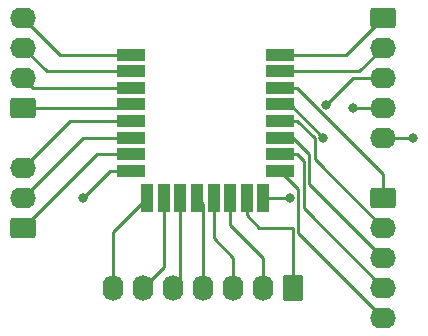
<source format=gbr>
G04 #@! TF.GenerationSoftware,KiCad,Pcbnew,7.0.10*
G04 #@! TF.CreationDate,2024-04-04T22:49:01-05:00*
G04 #@! TF.ProjectId,adapter,61646170-7465-4722-9e6b-696361645f70,rev?*
G04 #@! TF.SameCoordinates,Original*
G04 #@! TF.FileFunction,Copper,L1,Top*
G04 #@! TF.FilePolarity,Positive*
%FSLAX46Y46*%
G04 Gerber Fmt 4.6, Leading zero omitted, Abs format (unit mm)*
G04 Created by KiCad (PCBNEW 7.0.10) date 2024-04-04 22:49:01*
%MOMM*%
%LPD*%
G01*
G04 APERTURE LIST*
G04 Aperture macros list*
%AMRoundRect*
0 Rectangle with rounded corners*
0 $1 Rounding radius*
0 $2 $3 $4 $5 $6 $7 $8 $9 X,Y pos of 4 corners*
0 Add a 4 corners polygon primitive as box body*
4,1,4,$2,$3,$4,$5,$6,$7,$8,$9,$2,$3,0*
0 Add four circle primitives for the rounded corners*
1,1,$1+$1,$2,$3*
1,1,$1+$1,$4,$5*
1,1,$1+$1,$6,$7*
1,1,$1+$1,$8,$9*
0 Add four rect primitives between the rounded corners*
20,1,$1+$1,$2,$3,$4,$5,0*
20,1,$1+$1,$4,$5,$6,$7,0*
20,1,$1+$1,$6,$7,$8,$9,0*
20,1,$1+$1,$8,$9,$2,$3,0*%
G04 Aperture macros list end*
G04 #@! TA.AperFunction,SMDPad,CuDef*
%ADD10R,2.450000X1.000000*%
G04 #@! TD*
G04 #@! TA.AperFunction,SMDPad,CuDef*
%ADD11R,1.000000X2.450000*%
G04 #@! TD*
G04 #@! TA.AperFunction,ComponentPad*
%ADD12RoundRect,0.250000X-0.845000X0.620000X-0.845000X-0.620000X0.845000X-0.620000X0.845000X0.620000X0*%
G04 #@! TD*
G04 #@! TA.AperFunction,ComponentPad*
%ADD13O,2.190000X1.740000*%
G04 #@! TD*
G04 #@! TA.AperFunction,ComponentPad*
%ADD14RoundRect,0.250000X0.620000X0.845000X-0.620000X0.845000X-0.620000X-0.845000X0.620000X-0.845000X0*%
G04 #@! TD*
G04 #@! TA.AperFunction,ComponentPad*
%ADD15O,1.740000X2.190000*%
G04 #@! TD*
G04 #@! TA.AperFunction,ComponentPad*
%ADD16RoundRect,0.250000X0.845000X-0.620000X0.845000X0.620000X-0.845000X0.620000X-0.845000X-0.620000X0*%
G04 #@! TD*
G04 #@! TA.AperFunction,ViaPad*
%ADD17C,0.800000*%
G04 #@! TD*
G04 #@! TA.AperFunction,Conductor*
%ADD18C,0.254000*%
G04 #@! TD*
G04 APERTURE END LIST*
D10*
G04 #@! TO.P,DWM1,1,EXTON*
G04 #@! TO.N,Net-(DWM1-EXTON)*
X161520000Y-84425000D03*
G04 #@! TO.P,DWM1,2,WAKEUP*
G04 #@! TO.N,Net-(DWM1-WAKEUP)*
X161520000Y-85825000D03*
G04 #@! TO.P,DWM1,3,RSTn*
G04 #@! TO.N,Net-(DWM1-RSTn)*
X161520000Y-87225000D03*
G04 #@! TO.P,DWM1,4,GPIO7*
G04 #@! TO.N,Net-(DWM1-GPIO7)*
X161520000Y-88625000D03*
G04 #@! TO.P,DWM1,5,VDDAON*
G04 #@! TO.N,Net-(DWM1-VDDAON)*
X161520000Y-90025000D03*
G04 #@! TO.P,DWM1,6,VDD3V3*
G04 #@! TO.N,Net-(J3-Pin_2)*
X161520000Y-91425000D03*
G04 #@! TO.P,DWM1,7,VDD3V3*
G04 #@! TO.N,Net-(J3-Pin_1)*
X161520000Y-92825000D03*
G04 #@! TO.P,DWM1,8,VSS*
G04 #@! TO.N,Net-(J1-Pin_5)*
X161520000Y-94225000D03*
D11*
G04 #@! TO.P,DWM1,9,GPIO6/EXTRXE/SPIHA*
G04 #@! TO.N,Net-(DWM1-GPIO6{slash}EXTRXE{slash}SPIHA)*
X162920000Y-96520000D03*
G04 #@! TO.P,DWM1,10,GPIO5/EXTTXE/SPIPOL*
G04 #@! TO.N,Net-(DWM1-GPIO5{slash}EXTTXE{slash}SPIPOL)*
X164320000Y-96520000D03*
G04 #@! TO.P,DWM1,11,GPIO4/EXTPA*
G04 #@! TO.N,Net-(DWM1-GPIO4{slash}EXTPA)*
X165720000Y-96520000D03*
G04 #@! TO.P,DWM1,12,GPIO3/TXLED*
G04 #@! TO.N,Net-(DWM1-GPIO3{slash}TXLED)*
X167120000Y-96520000D03*
G04 #@! TO.P,DWM1,13,GPIO2/RXLED*
G04 #@! TO.N,Net-(DWM1-GPIO2{slash}RXLED)*
X168520000Y-96520000D03*
G04 #@! TO.P,DWM1,14,GPIO1/SFDLED*
G04 #@! TO.N,Net-(DWM1-GPIO1{slash}SFDLED)*
X169920000Y-96520000D03*
G04 #@! TO.P,DWM1,15,GPIO0/RXOKLED*
G04 #@! TO.N,Net-(DWM1-GPIO0{slash}RXOKLED)*
X171320000Y-96520000D03*
G04 #@! TO.P,DWM1,16,VSS*
G04 #@! TO.N,Net-(J1-Pin_4)*
X172720000Y-96520000D03*
D10*
G04 #@! TO.P,DWM1,17,SPICSn*
G04 #@! TO.N,Net-(DWM1-SPICSn)*
X174120000Y-94223800D03*
G04 #@! TO.P,DWM1,18,SPIMOSI*
G04 #@! TO.N,Net-(DWM1-SPIMOSI)*
X174120000Y-92823800D03*
G04 #@! TO.P,DWM1,19,SPIMISO*
G04 #@! TO.N,Net-(DWM1-SPIMISO)*
X174120000Y-91425000D03*
G04 #@! TO.P,DWM1,20,SPICLK*
G04 #@! TO.N,Net-(DWM1-SPICLK)*
X174120000Y-90025000D03*
G04 #@! TO.P,DWM1,21,VSS*
G04 #@! TO.N,Net-(J1-Pin_3)*
X174120000Y-88625000D03*
G04 #@! TO.P,DWM1,22,IRQ/GPIO8*
G04 #@! TO.N,Net-(DWM1-IRQ{slash}GPIO8)*
X174120000Y-87225000D03*
G04 #@! TO.P,DWM1,23,VSS*
G04 #@! TO.N,Net-(J1-Pin_2)*
X174120000Y-85825000D03*
G04 #@! TO.P,DWM1,24,VSS*
G04 #@! TO.N,Net-(J1-Pin_1)*
X174120000Y-84425000D03*
G04 #@! TD*
D12*
G04 #@! TO.P,J4,1,Pin_1*
G04 #@! TO.N,Net-(DWM1-IRQ{slash}GPIO8)*
X182880000Y-96520000D03*
D13*
G04 #@! TO.P,J4,2,Pin_2*
G04 #@! TO.N,Net-(DWM1-SPICLK)*
X182880000Y-99060000D03*
G04 #@! TO.P,J4,3,Pin_3*
G04 #@! TO.N,Net-(DWM1-SPIMISO)*
X182880000Y-101600000D03*
G04 #@! TO.P,J4,4,Pin_4*
G04 #@! TO.N,Net-(DWM1-SPIMOSI)*
X182880000Y-104140000D03*
G04 #@! TO.P,J4,5,Pin_5*
G04 #@! TO.N,Net-(DWM1-SPICSn)*
X182880000Y-106680000D03*
G04 #@! TD*
D14*
G04 #@! TO.P,J5,1,Pin_1*
G04 #@! TO.N,Net-(DWM1-GPIO0{slash}RXOKLED)*
X175260000Y-104140000D03*
D15*
G04 #@! TO.P,J5,2,Pin_2*
G04 #@! TO.N,Net-(DWM1-GPIO1{slash}SFDLED)*
X172720000Y-104140000D03*
G04 #@! TO.P,J5,3,Pin_3*
G04 #@! TO.N,Net-(DWM1-GPIO2{slash}RXLED)*
X170180000Y-104140000D03*
G04 #@! TO.P,J5,4,Pin_4*
G04 #@! TO.N,Net-(DWM1-GPIO3{slash}TXLED)*
X167640000Y-104140000D03*
G04 #@! TO.P,J5,5,Pin_5*
G04 #@! TO.N,Net-(DWM1-GPIO4{slash}EXTPA)*
X165100000Y-104140000D03*
G04 #@! TO.P,J5,6,Pin_6*
G04 #@! TO.N,Net-(DWM1-GPIO5{slash}EXTTXE{slash}SPIPOL)*
X162560000Y-104140000D03*
G04 #@! TO.P,J5,7,Pin_7*
G04 #@! TO.N,Net-(DWM1-GPIO6{slash}EXTRXE{slash}SPIHA)*
X160020000Y-104140000D03*
G04 #@! TD*
D12*
G04 #@! TO.P,J1,1,Pin_1*
G04 #@! TO.N,Net-(J1-Pin_1)*
X182880000Y-81280000D03*
D13*
G04 #@! TO.P,J1,2,Pin_2*
G04 #@! TO.N,Net-(J1-Pin_2)*
X182880000Y-83820000D03*
G04 #@! TO.P,J1,3,Pin_3*
G04 #@! TO.N,Net-(J1-Pin_3)*
X182880000Y-86360000D03*
G04 #@! TO.P,J1,4,Pin_4*
G04 #@! TO.N,Net-(J1-Pin_4)*
X182880000Y-88900000D03*
G04 #@! TO.P,J1,5,Pin_5*
G04 #@! TO.N,Net-(J1-Pin_5)*
X182880000Y-91440000D03*
G04 #@! TD*
D16*
G04 #@! TO.P,J2,1,Pin_1*
G04 #@! TO.N,Net-(DWM1-GPIO7)*
X152400000Y-88900000D03*
D13*
G04 #@! TO.P,J2,2,Pin_2*
G04 #@! TO.N,Net-(DWM1-RSTn)*
X152400000Y-86360000D03*
G04 #@! TO.P,J2,3,Pin_3*
G04 #@! TO.N,Net-(DWM1-WAKEUP)*
X152400000Y-83820000D03*
G04 #@! TO.P,J2,4,Pin_4*
G04 #@! TO.N,Net-(DWM1-EXTON)*
X152400000Y-81280000D03*
G04 #@! TD*
D16*
G04 #@! TO.P,J3,1,Pin_1*
G04 #@! TO.N,Net-(J3-Pin_1)*
X152400000Y-99060000D03*
D13*
G04 #@! TO.P,J3,2,Pin_2*
G04 #@! TO.N,Net-(J3-Pin_2)*
X152400000Y-96520000D03*
G04 #@! TO.P,J3,3,Pin_3*
G04 #@! TO.N,Net-(DWM1-VDDAON)*
X152400000Y-93980000D03*
G04 #@! TD*
D17*
G04 #@! TO.N,Net-(J1-Pin_5)*
X157480000Y-96520000D03*
X185420000Y-91440000D03*
G04 #@! TO.N,Net-(J1-Pin_4)*
X174987000Y-96520000D03*
X180340000Y-88900000D03*
G04 #@! TO.N,Net-(J1-Pin_3)*
X178051067Y-88648933D03*
X177800000Y-91440000D03*
G04 #@! TD*
D18*
G04 #@! TO.N,Net-(DWM1-EXTON)*
X152400000Y-81280000D02*
X155545000Y-84425000D01*
X155545000Y-84425000D02*
X161520000Y-84425000D01*
G04 #@! TO.N,Net-(DWM1-WAKEUP)*
X152400000Y-83820000D02*
X154405000Y-85825000D01*
X154405000Y-85825000D02*
X161520000Y-85825000D01*
G04 #@! TO.N,Net-(DWM1-RSTn)*
X153265000Y-87225000D02*
X161520000Y-87225000D01*
X152400000Y-86360000D02*
X153265000Y-87225000D01*
G04 #@! TO.N,Net-(DWM1-GPIO7)*
X161245000Y-88900000D02*
X161520000Y-88625000D01*
X152400000Y-88900000D02*
X161245000Y-88900000D01*
G04 #@! TO.N,Net-(DWM1-VDDAON)*
X156355000Y-90025000D02*
X161520000Y-90025000D01*
X152400000Y-93980000D02*
X156355000Y-90025000D01*
G04 #@! TO.N,Net-(J3-Pin_2)*
X157495000Y-91425000D02*
X161520000Y-91425000D01*
X152400000Y-96520000D02*
X157495000Y-91425000D01*
G04 #@! TO.N,Net-(J3-Pin_1)*
X161520000Y-92825000D02*
X158635000Y-92825000D01*
X158635000Y-92825000D02*
X152400000Y-99060000D01*
G04 #@! TO.N,Net-(J1-Pin_5)*
X159775000Y-94225000D02*
X161520000Y-94225000D01*
X157480000Y-96520000D02*
X159775000Y-94225000D01*
X182880000Y-91440000D02*
X185420000Y-91440000D01*
G04 #@! TO.N,Net-(DWM1-GPIO6{slash}EXTRXE{slash}SPIHA)*
X160020000Y-104140000D02*
X160020000Y-99420000D01*
X160020000Y-99420000D02*
X162920000Y-96520000D01*
G04 #@! TO.N,Net-(DWM1-GPIO5{slash}EXTTXE{slash}SPIPOL)*
X164320000Y-102380000D02*
X164320000Y-96520000D01*
X162560000Y-104140000D02*
X164320000Y-102380000D01*
G04 #@! TO.N,Net-(DWM1-GPIO4{slash}EXTPA)*
X165720000Y-103520000D02*
X165720000Y-96520000D01*
X165100000Y-104140000D02*
X165720000Y-103520000D01*
G04 #@! TO.N,Net-(DWM1-GPIO3{slash}TXLED)*
X167640000Y-97040000D02*
X167120000Y-96520000D01*
X167640000Y-104140000D02*
X167640000Y-97040000D01*
G04 #@! TO.N,Net-(DWM1-GPIO2{slash}RXLED)*
X168520000Y-99940000D02*
X168520000Y-96520000D01*
X170180000Y-104140000D02*
X170180000Y-101600000D01*
X170180000Y-101600000D02*
X168520000Y-99940000D01*
G04 #@! TO.N,Net-(DWM1-GPIO1{slash}SFDLED)*
X172720000Y-101600000D02*
X169920000Y-98800000D01*
X172720000Y-104140000D02*
X172720000Y-101600000D01*
X169920000Y-98800000D02*
X169920000Y-96520000D01*
G04 #@! TO.N,Net-(DWM1-GPIO0{slash}RXOKLED)*
X172381000Y-99060000D02*
X171320000Y-97999000D01*
X175260000Y-104140000D02*
X175260000Y-99060000D01*
X171320000Y-97999000D02*
X171320000Y-96520000D01*
X175260000Y-99060000D02*
X172381000Y-99060000D01*
G04 #@! TO.N,Net-(J1-Pin_4)*
X174987000Y-96520000D02*
X172720000Y-96520000D01*
X182880000Y-88900000D02*
X180340000Y-88900000D01*
G04 #@! TO.N,Net-(DWM1-SPICSn)*
X175714000Y-95817800D02*
X174120000Y-94223800D01*
X182880000Y-106680000D02*
X175714000Y-99514000D01*
X175714000Y-99514000D02*
X175714000Y-95817800D01*
G04 #@! TO.N,Net-(DWM1-SPIMOSI)*
X182880000Y-104140000D02*
X176168000Y-97428000D01*
X176168000Y-97428000D02*
X176168000Y-93392800D01*
X176168000Y-93392800D02*
X175599000Y-92823800D01*
X175599000Y-92823800D02*
X174120000Y-92823800D01*
G04 #@! TO.N,Net-(DWM1-SPIMISO)*
X176622000Y-92802000D02*
X175245000Y-91425000D01*
X176622000Y-95342000D02*
X176622000Y-92802000D01*
X175245000Y-91425000D02*
X174120000Y-91425000D01*
X182880000Y-101600000D02*
X176622000Y-95342000D01*
G04 #@! TO.N,Net-(DWM1-SPICLK)*
X177076000Y-91502000D02*
X175599000Y-90025000D01*
X182880000Y-99060000D02*
X177076000Y-93256000D01*
X177076000Y-93256000D02*
X177076000Y-91502000D01*
X175599000Y-90025000D02*
X174120000Y-90025000D01*
G04 #@! TO.N,Net-(J1-Pin_3)*
X174985000Y-88625000D02*
X174120000Y-88625000D01*
X180340000Y-86360000D02*
X178051067Y-88648933D01*
X182880000Y-86360000D02*
X180340000Y-86360000D01*
X177800000Y-91440000D02*
X174985000Y-88625000D01*
G04 #@! TO.N,Net-(DWM1-IRQ{slash}GPIO8)*
X182880000Y-96520000D02*
X182880000Y-94506000D01*
X182880000Y-94506000D02*
X175599000Y-87225000D01*
X175599000Y-87225000D02*
X174120000Y-87225000D01*
G04 #@! TO.N,Net-(J1-Pin_2)*
X180875000Y-85825000D02*
X174120000Y-85825000D01*
X182880000Y-83820000D02*
X180875000Y-85825000D01*
G04 #@! TO.N,Net-(J1-Pin_1)*
X179735000Y-84425000D02*
X174120000Y-84425000D01*
X182880000Y-81280000D02*
X179735000Y-84425000D01*
G04 #@! TD*
M02*

</source>
